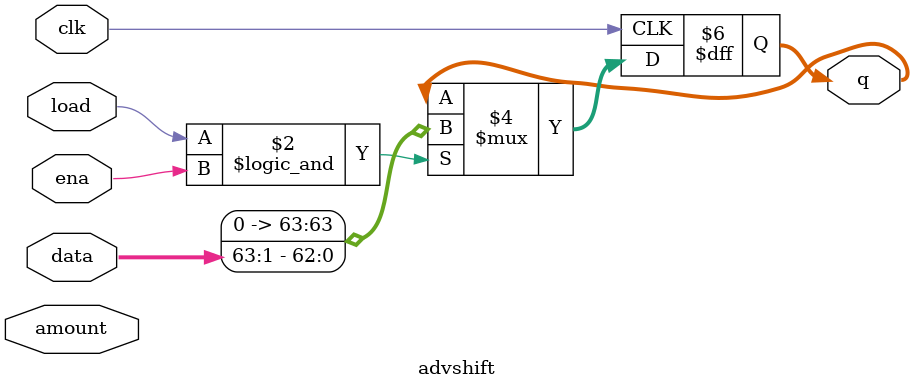
<source format=v>
module advshift(input clk,
input load,
input ena,
input [1:0] amount,
input [63:0] data,
output reg [63:0] q); 
// when load is high, assign data[63:0] to shift register q.
// if ena is high, shift q.
// amount: Chooses which direction and how much to shift.
// 2'b00: shift left by 1 bit.
// 2'b01: shift left by 8 bits.
// 2'b10: shift right by 1 bit.
// 2'b11: shift right by 8 bits.

  always @(posedge clk)
    if (load && ena)  q <= data >> 1;
endmodule

</source>
